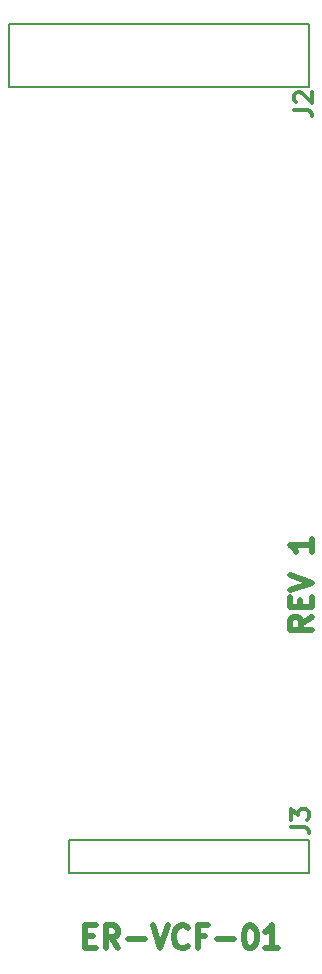
<source format=gto>
%TF.GenerationSoftware,KiCad,Pcbnew,(6.0.1)*%
%TF.CreationDate,2022-10-31T21:26:11-04:00*%
%TF.ProjectId,ER-VCF-01-DB,45522d56-4346-42d3-9031-2d44422e6b69,rev?*%
%TF.SameCoordinates,Original*%
%TF.FileFunction,Legend,Top*%
%TF.FilePolarity,Positive*%
%FSLAX46Y46*%
G04 Gerber Fmt 4.6, Leading zero omitted, Abs format (unit mm)*
G04 Created by KiCad (PCBNEW (6.0.1)) date 2022-10-31 21:26:11*
%MOMM*%
%LPD*%
G01*
G04 APERTURE LIST*
%ADD10C,0.150000*%
%ADD11C,0.476250*%
%ADD12C,0.375000*%
G04 APERTURE END LIST*
D10*
X37338000Y-33020000D02*
X62738000Y-33020000D01*
X62738000Y-33020000D02*
X62738000Y-38354000D01*
X62738000Y-38354000D02*
X37338000Y-38354000D01*
X37338000Y-38354000D02*
X37338000Y-33020000D01*
X42418000Y-102108000D02*
X62738000Y-102108000D01*
X62738000Y-102108000D02*
X62738000Y-104902000D01*
X62738000Y-104902000D02*
X42418000Y-104902000D01*
X42418000Y-104902000D02*
X42418000Y-102108000D01*
D11*
X63040985Y-83188628D02*
X62133842Y-83823628D01*
X63040985Y-84277200D02*
X61135985Y-84277200D01*
X61135985Y-83551485D01*
X61226700Y-83370057D01*
X61317414Y-83279342D01*
X61498842Y-83188628D01*
X61770985Y-83188628D01*
X61952414Y-83279342D01*
X62043128Y-83370057D01*
X62133842Y-83551485D01*
X62133842Y-84277200D01*
X62043128Y-82372200D02*
X62043128Y-81737200D01*
X63040985Y-81465057D02*
X63040985Y-82372200D01*
X61135985Y-82372200D01*
X61135985Y-81465057D01*
X61135985Y-80920771D02*
X63040985Y-80285771D01*
X61135985Y-79650771D01*
X63040985Y-76566485D02*
X63040985Y-77655057D01*
X63040985Y-77110771D02*
X61135985Y-77110771D01*
X61408128Y-77292200D01*
X61589557Y-77473628D01*
X61680271Y-77655057D01*
X43824071Y-110226928D02*
X44459071Y-110226928D01*
X44731214Y-111224785D02*
X43824071Y-111224785D01*
X43824071Y-109319785D01*
X44731214Y-109319785D01*
X46636214Y-111224785D02*
X46001214Y-110317642D01*
X45547642Y-111224785D02*
X45547642Y-109319785D01*
X46273357Y-109319785D01*
X46454785Y-109410500D01*
X46545500Y-109501214D01*
X46636214Y-109682642D01*
X46636214Y-109954785D01*
X46545500Y-110136214D01*
X46454785Y-110226928D01*
X46273357Y-110317642D01*
X45547642Y-110317642D01*
X47452642Y-110499071D02*
X48904071Y-110499071D01*
X49539071Y-109319785D02*
X50174071Y-111224785D01*
X50809071Y-109319785D01*
X52532642Y-111043357D02*
X52441928Y-111134071D01*
X52169785Y-111224785D01*
X51988357Y-111224785D01*
X51716214Y-111134071D01*
X51534785Y-110952642D01*
X51444071Y-110771214D01*
X51353357Y-110408357D01*
X51353357Y-110136214D01*
X51444071Y-109773357D01*
X51534785Y-109591928D01*
X51716214Y-109410500D01*
X51988357Y-109319785D01*
X52169785Y-109319785D01*
X52441928Y-109410500D01*
X52532642Y-109501214D01*
X53984071Y-110226928D02*
X53349071Y-110226928D01*
X53349071Y-111224785D02*
X53349071Y-109319785D01*
X54256214Y-109319785D01*
X54981928Y-110499071D02*
X56433357Y-110499071D01*
X57703357Y-109319785D02*
X57884785Y-109319785D01*
X58066214Y-109410500D01*
X58156928Y-109501214D01*
X58247642Y-109682642D01*
X58338357Y-110045500D01*
X58338357Y-110499071D01*
X58247642Y-110861928D01*
X58156928Y-111043357D01*
X58066214Y-111134071D01*
X57884785Y-111224785D01*
X57703357Y-111224785D01*
X57521928Y-111134071D01*
X57431214Y-111043357D01*
X57340500Y-110861928D01*
X57249785Y-110499071D01*
X57249785Y-110045500D01*
X57340500Y-109682642D01*
X57431214Y-109501214D01*
X57521928Y-109410500D01*
X57703357Y-109319785D01*
X60152642Y-111224785D02*
X59064071Y-111224785D01*
X59608357Y-111224785D02*
X59608357Y-109319785D01*
X59426928Y-109591928D01*
X59245500Y-109773357D01*
X59064071Y-109864071D01*
D12*
%TO.C,J2*%
X61535571Y-40251000D02*
X62607000Y-40251000D01*
X62821285Y-40322428D01*
X62964142Y-40465285D01*
X63035571Y-40679571D01*
X63035571Y-40822428D01*
X61678428Y-39608142D02*
X61607000Y-39536714D01*
X61535571Y-39393857D01*
X61535571Y-39036714D01*
X61607000Y-38893857D01*
X61678428Y-38822428D01*
X61821285Y-38751000D01*
X61964142Y-38751000D01*
X62178428Y-38822428D01*
X63035571Y-39679571D01*
X63035571Y-38751000D01*
%TO.C,J3*%
X61281571Y-100957000D02*
X62353000Y-100957000D01*
X62567285Y-101028428D01*
X62710142Y-101171285D01*
X62781571Y-101385571D01*
X62781571Y-101528428D01*
X61281571Y-100385571D02*
X61281571Y-99457000D01*
X61853000Y-99957000D01*
X61853000Y-99742714D01*
X61924428Y-99599857D01*
X61995857Y-99528428D01*
X62138714Y-99457000D01*
X62495857Y-99457000D01*
X62638714Y-99528428D01*
X62710142Y-99599857D01*
X62781571Y-99742714D01*
X62781571Y-100171285D01*
X62710142Y-100314142D01*
X62638714Y-100385571D01*
%TD*%
M02*

</source>
